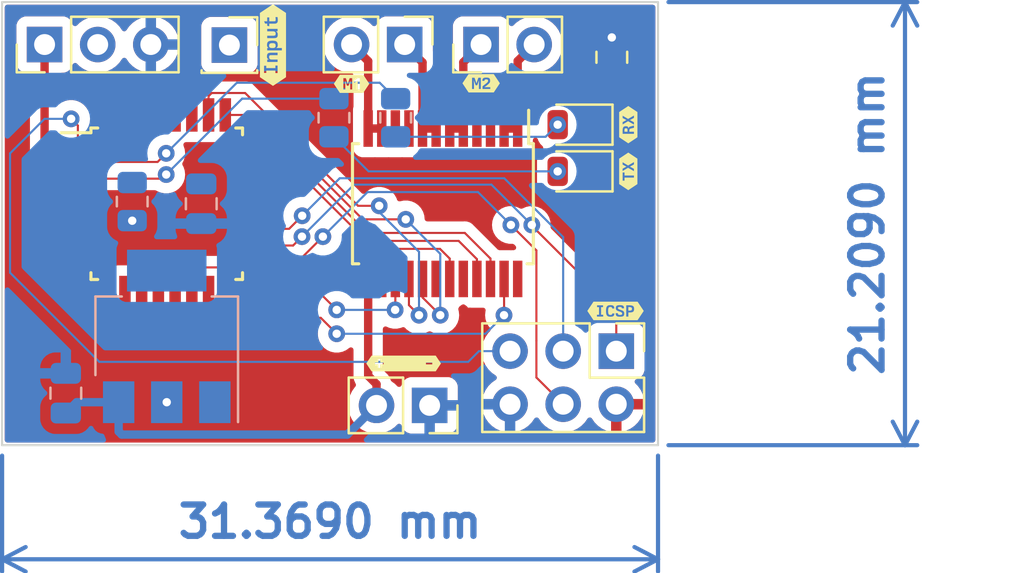
<source format=kicad_pcb>
(kicad_pcb (version 20221018) (generator pcbnew)
  (layers (0 "F.Cu" signal) (31 "B.Cu" signal) (34 "B.Paste" user) (35 "F.Paste" user) (36 "B.SilkS" user "B.Silkscreen") (37 "F.SilkS" user "F.Silkscreen") (38 "B.Mask" user) (39 "F.Mask" user) (44 "Edge.Cuts" user))
  (net 0 "")
  (net 1 "/~{RST}")
  (net 2 "Net-(J2-Pin_1)")
  (net 3 "Net-(J6-Pin_1)")
  (net 5 "Net-(J2-Pin_2)")
  (net 6 "GND")
  (net 12 "Net-(U1-PB0)")
  (net 13 "Net-(U1-PB1)")
  (net 14 "Net-(U1-PB2)")
  (net 15 "/MOSI")
  (net 16 "/MISO")
  (net 17 "/SCK")
  (net 20 "Net-(U1-PC0)")
  (net 21 "Net-(U1-PC1)")
  (net 22 "Net-(U1-PC2)")
  (net 23 "Net-(U1-PC3)")
  (net 26 "Net-(J4-Pin_2)")
  (net 27 "Net-(J4-Pin_1)")
  (net 28 "Net-(J3-Pin_1)")
  (net 29 "Net-(J3-Pin_2)")
  (net 30 "+12V")
  (net 31 "+5V")
  (net 33 "/RX")
  (net 34 "/TX")
  (net 35 "Net-(D1-A)")
  (net 36 "Net-(D2-A)")
  (footprint "kibuzzard-64EBAE9C" (layer "F.Cu") (at 121.3866 84.0994 90)
    (fp_text reference "kibuzzard-64EBAE9C" hide)
    (fp_text value "G***" hide)
    (fp_poly (pts (xy -0.234553 -0.037306) (xy -0.185738 -0.054372) (xy -0.172641 -0.115887) (xy -0.186134 -0.164703) (xy -0.236141 -0.180975) (xy -0.274638 -0.182761) (xy -0.302816 -0.183356) (xy -0.336947 -0.182563) (xy -0.336947 -0.037306) (xy -0.234553 -0.037306)) (fill solid) (layer "F.SilkS"))
    (fp_poly (pts (xy -0.437753 -0.436827) (xy -0.603118 -0.436827) (xy -0.894336 0) (xy -0.603118 0.436827) (xy -0.437753 0.436827) (xy -0.041672 0.436827) (xy -0.041672 0.271463) (xy -0.150416 0.271463) (xy -0.187722 0.110331) (xy -0.216297 0.063103) (xy -0.244078 0.053876) (xy -0.286147 0.0508) (xy -0.336947 0.0508) (xy -0.336947 0.271463) (xy -0.437753 0.271463) (xy -0.437753 -0.267494) (xy -0.343297 -0.270669) (xy -0.296466 -0.271463) (xy -0.242623 -0.269787) (xy -0.197511 -0.26476) (xy -0.161131 -0.256381) (xy -0.120055 -0.236537) (xy -0.092869 -0.207169) (xy -0.077688 -0.166291) (xy -0.072628 -0.111919) (xy -0.080963 -0.048022) (xy -0.109141 -0.012303) (xy -0.165497 0.005556) (xy -0.165497 0.0127) (xy -0.115887 0.037306) (xy -0.100509 0.063302) (xy -0.086916 0.103187) (xy -0.041672 0.271463) (xy -0.041672 0.436827) (xy 0.437753 0.436827) (xy 0.437753 0.271463) (xy 0.325041 0.271463) (xy 0.221853 0.080963) (xy 0.219472 0.080963) (xy 0.116284 0.271463) (xy 0.003572 0.271463) (xy 0.165497 -0.010319) (xy 0.011509 -0.269875) (xy 0.122634 -0.269875) (xy 0.219472 -0.092075) (xy 0.221853 -0.092075) (xy 0.317103 -0.269875) (xy 0.429816 -0.269875) (xy 0.275828 -0.010319) (xy 0.437753 0.271463) (xy 0.437753 0.436827) (xy 0.603118 0.436827) (xy 0.894336 0) (xy 0.603118 -0.436827) (xy 0.437753 -0.436827) (xy -0.437753 -0.436827)) (fill solid) (layer "F.SilkS"))
  )
  (footprint "LED_SMD:LED_0805_2012Metric" (layer "F.Cu") (at 118.9482 86.3346 180)
    (fp_text reference "D1" hide)
    (fp_text value "Blue" hide)
    (fp_line (start -1.685 -0.96) (end -1.685 0.96) (stroke (width 0.12)) (layer "F.SilkS"))
    (fp_line (start -1.685 0.96) (end 1 0.96) (stroke (width 0.12)) (layer "F.SilkS"))
    (fp_line (start 1 -0.96) (end -1.685 -0.96) (stroke (width 0.12)) (layer "F.SilkS"))
    (pad "1" smd roundrect (at -0.9375 0 180) (size 0.975 1.4) (layers "F.Cu" "F.Paste" "F.Mask") (net 6 "GND"))
    (pad "2" smd roundrect (at 0.9375 0 180) (size 0.975 1.4) (layers "F.Cu" "F.Paste" "F.Mask") (net 35 "Net-(D1-A)"))
  )
  (footprint "Connector_PinHeader_2.54mm:PinHeader_2x03_P2.54mm_Vertical" (layer "F.Cu") (at 120.8128 94.9402 -90)
    (fp_text reference "J1" hide)
    (fp_text value "AVR-ISP-6" hide)
    (fp_line (start -1.33 -1.33) (end 0 -1.33) (stroke (width 0.12)) (layer "F.SilkS"))
    (fp_line (start -1.33 0) (end -1.33 -1.33) (stroke (width 0.12)) (layer "F.SilkS"))
    (fp_line (start -1.33 1.27) (end -1.33 6.41) (stroke (width 0.12)) (layer "F.SilkS"))
    (fp_line (start -1.33 1.27) (end 1.27 1.27) (stroke (width 0.12)) (layer "F.SilkS"))
    (fp_line (start -1.33 6.41) (end 3.87 6.41) (stroke (width 0.12)) (layer "F.SilkS"))
    (fp_line (start 1.27 -1.33) (end 3.87 -1.33) (stroke (width 0.12)) (layer "F.SilkS"))
    (fp_line (start 1.27 1.27) (end 1.27 -1.33) (stroke (width 0.12)) (layer "F.SilkS"))
    (fp_line (start 3.87 -1.33) (end 3.87 6.41) (stroke (width 0.12)) (layer "F.SilkS"))
    (pad "1" thru_hole rect (at 0 0 270) (size 1.7 1.7) (drill 1) (layers "*.Cu" "*.Mask") (net 16 "/MISO"))
    (pad "2" thru_hole oval (at 2.54 0 270) (size 1.7 1.7) (drill 1) (layers "*.Cu" "*.Mask") (net 31 "+5V"))
    (pad "3" thru_hole oval (at 0 2.54 270) (size 1.7 1.7) (drill 1) (layers "*.Cu" "*.Mask") (net 17 "/SCK"))
    (pad "4" thru_hole oval (at 2.54 2.54 270) (size 1.7 1.7) (drill 1) (layers "*.Cu" "*.Mask") (net 15 "/MOSI"))
    (pad "5" thru_hole oval (at 0 5.08 270) (size 1.7 1.7) (drill 1) (layers "*.Cu" "*.Mask") (net 1 "/~{RST}"))
    (pad "6" thru_hole oval (at 2.54 5.08 270) (size 1.7 1.7) (drill 1) (layers "*.Cu" "*.Mask") (net 6 "GND"))
  )
  (footprint "kibuzzard-64EBAE1C" (layer "F.Cu") (at 104.394 80.2894 90)
    (fp_text reference "kibuzzard-64EBAE1C" hide)
    (fp_text value "G***" hide)
    (fp_poly (pts (xy -0.03048 0.130969) (xy 0.044291 0.116681) (xy 0.081439 0.06858) (xy 0.089654 0.027742) (xy 0.092393 -0.027146) (xy 0.089654 -0.082868) (xy 0.081439 -0.124301) (xy 0.044291 -0.172879) (xy -0.03048 -0.187166) (xy -0.098108 -0.172879) (xy -0.131921 -0.124301) (xy -0.139422 -0.082868) (xy -0.141923 -0.027146) (xy -0.139422 0.027742) (xy -0.131921 0.06858) (xy -0.098108 0.116681) (xy -0.03048 0.130969)) (fill solid) (layer "F.SilkS"))
    (fp_poly (pts (xy -1.339215 -0.624681) (xy -1.537653 -0.624681) (xy -1.954107 0) (xy -1.537653 0.624681) (xy -1.339215 0.624681) (xy -0.982028 0.624681) (xy -0.982028 0.221456) (xy -1.339215 0.221456) (xy -1.339215 0.115729) (xy -1.220153 0.115729) (xy -1.220153 -0.320516) (xy -1.332548 -0.320516) (xy -1.332548 -0.426244) (xy -0.988695 -0.426244) (xy -0.988695 -0.320516) (xy -1.10109 -0.320516) (xy -1.10109 0.115729) (xy -0.982028 0.115729) (xy -0.982028 0.221456) (xy -0.982028 0.624681) (xy -0.36576 0.624681) (xy -0.36576 0.221456) (xy -0.481965 0.221456) (xy -0.481965 -0.094774) (xy -0.486847 -0.138827) (xy -0.501491 -0.166211) (xy -0.529471 -0.180499) (xy -0.574358 -0.185261) (xy -0.646271 -0.171926) (xy -0.682466 -0.126683) (xy -0.690682 -0.088225) (xy -0.69342 -0.036671) (xy -0.69342 0.221456) (xy -0.809625 0.221456) (xy -0.809625 -0.275749) (xy -0.69342 -0.275749) (xy -0.69342 -0.207169) (xy -0.6858 -0.207169) (xy -0.658654 -0.246459) (xy -0.630555 -0.270986) (xy -0.596027 -0.283845) (xy -0.549592 -0.288131) (xy -0.485537 -0.283726) (xy -0.43815 -0.27051) (xy -0.404693 -0.246936) (xy -0.382429 -0.211455) (xy -0.369927 -0.161092) (xy -0.36576 -0.092869) (xy -0.36576 0.221456) (xy -0.36576 0.624681) (xy -0.140017 0.624681) (xy -0.140017 0.426244) (xy -0.25527 0.426244) (xy -0.25527 -0.275749) (xy -0.140017 -0.275749) (xy -0.140017 -0.227171) (xy -0.132397 -0.227171) (xy -0.075248 -0.273844) (xy -0.005715 -0.286226) (xy 0.069294 -0.280392) (xy 0.124777 -0.26289) (xy 0.163949 -0.231577) (xy 0.190024 -0.184309) (xy 0.200872 -0.142293) (xy 0.20738 -0.089905) (xy 0.20955 -0.027146) (xy 0.207433 0.035031) (xy 0.201083 0.086942) (xy 0.1905 0.128587) (xy 0.164902 0.175498) (xy 0.126206 0.206692) (xy 0.071318 0.224195) (xy -0.002858 0.230029) (xy -0.047625 0.226933) (xy -0.080962 0.217646) (xy -0.132397 0.170974) (xy -0.140017 0.170974) (xy -0.140017 0.426244) (xy -0.140017 0.624681) (xy 0.49911 0.624681) (xy 0.49911 0.230029) (xy 0.440888 0.225742) (xy 0.397669 0.212884) (xy 0.36707 0.189786) (xy 0.34671 0.154781) (xy 0.33528 0.105251) (xy 0.33147 0.038576) (xy 0.33147 -0.275749) (xy 0.447675 -0.275749) (xy 0.447675 0.040481) (xy 0.465296 0.111919) (xy 0.532448 0.130969) (xy 0.576977 0.127635) (xy 0.6096 0.117634) (xy 0.6477 0.07239) (xy 0.656273 0.033695) (xy 0.65913 -0.018574) (xy 0.65913 -0.275749) (xy 0.775335 -0.275749) (xy 0.775335 0.221456) (xy 0.65913 0.221456) (xy 0.65913 0.151924) (xy 0.65151 0.151924) (xy 0.624959 0.189667) (xy 0.594836 0.21336) (xy 0.55495 0.225862) (xy 0.49911 0.230029) (xy 0.49911 0.624681) (xy 1.187767 0.624681) (xy 1.187767 0.231934) (xy 1.127522 0.227409) (xy 1.083945 0.213836) (xy 1.03632 0.16002) (xy 1.027033 0.117753) (xy 1.023938 0.062389) (xy 1.023938 -0.177641) (xy 0.901065 -0.177641) (xy 0.923925 -0.275749) (xy 1.027748 -0.275749) (xy 1.027748 -0.376714) (xy 1.138237 -0.423386) (xy 1.138237 -0.275749) (xy 1.323975 -0.275749) (xy 1.323975 -0.177641) (xy 1.138237 -0.177641) (xy 1.138237 0.058579) (xy 1.143476 0.103346) (xy 1.166336 0.124301) (xy 1.220153 0.130969) (xy 1.270397 0.128111) (xy 1.339215 0.119539) (xy 1.339215 0.219551) (xy 1.251823 0.228838) (xy 1.187767 0.231934) (xy 1.187767 0.624681) (xy 1.339215 0.624681) (xy 1.537653 0.624681) (xy 1.954107 0) (xy 1.537653 -0.624681) (xy 1.339215 -0.624681) (xy -1.339215 -0.624681)) (fill solid) (layer "F.SilkS"))
  )
  (footprint "Capacitor_SMD:C_0805_2012Metric" (layer "F.Cu") (at 120.5992 80.8736 90)
    (fp_text reference "C1" hide)
    (fp_text value "0.1uF" hide)
    (fp_line (start -0.261252 -0.735) (end 0.261252 -0.735) (stroke (width 0.12)) (layer "F.SilkS"))
    (fp_line (start -0.261252 0.735) (end 0.261252 0.735) (stroke (width 0.12)) (layer "F.SilkS"))
    (pad "1" smd roundrect (at -0.95 0 90) (size 1 1.45) (layers "F.Cu" "F.Paste" "F.Mask") (net 31 "+5V"))
    (pad "2" smd roundrect (at 0.95 0 90) (size 1 1.45) (layers "F.Cu" "F.Paste" "F.Mask") (net 6 "GND"))
  )
  (footprint "kibuzzard-64EBAE70" (layer "F.Cu") (at 114.3508 82.1182)
    (fp_text reference "kibuzzard-64EBAE70" hide)
    (fp_text value "G***" hide)
    (fp_poly (pts (xy -0.436563 -0.439208) (xy -0.601927 -0.439208) (xy -0.894733 0) (xy -0.601927 0.439208) (xy -0.436563 0.439208) (xy -0.015081 0.439208) (xy -0.015081 0.273844) (xy -0.108744 0.273844) (xy -0.108744 0.000794) (xy -0.099219 -0.1397) (xy -0.102394 -0.1397) (xy -0.185738 0.093662) (xy -0.265906 0.093662) (xy -0.34925 -0.1397) (xy -0.352425 -0.1397) (xy -0.3429 0.000794) (xy -0.3429 0.273844) (xy -0.436563 0.273844) (xy -0.436563 -0.265906) (xy -0.316706 -0.265906) (xy -0.230188 -0.007144) (xy -0.221456 -0.007144) (xy -0.13335 -0.265906) (xy -0.015081 -0.265906) (xy -0.015081 0.273844) (xy -0.015081 0.439208) (xy 0.436563 0.439208) (xy 0.436563 0.273844) (xy 0.065087 0.273844) (xy 0.065087 0.142875) (xy 0.114796 0.104874) (xy 0.157559 0.071834) (xy 0.193377 0.043755) (xy 0.22225 0.020638) (xy 0.268089 -0.018058) (xy 0.304006 -0.051594) (xy 0.324644 -0.081756) (xy 0.3302 -0.118269) (xy 0.322659 -0.160734) (xy 0.296862 -0.181769) (xy 0.245269 -0.188119) (xy 0.193278 -0.181372) (xy 0.165894 -0.159147) (xy 0.154781 -0.115094) (xy 0.053181 -0.115094) (xy 0.060027 -0.170557) (xy 0.074216 -0.211534) (xy 0.097631 -0.240407) (xy 0.132159 -0.259556) (xy 0.18028 -0.270272) (xy 0.244475 -0.273844) (xy 0.309066 -0.270371) (xy 0.356791 -0.259953) (xy 0.390426 -0.241102) (xy 0.41275 -0.212328) (xy 0.425252 -0.171549) (xy 0.429419 -0.116681) (xy 0.426442 -0.078383) (xy 0.417513 -0.047625) (xy 0.400248 -0.01905) (xy 0.372269 0.0127) (xy 0.329902 0.052983) (xy 0.286941 0.089694) (xy 0.254441 0.115006) (xy 0.214621 0.144374) (xy 0.167481 0.1778) (xy 0.167481 0.184944) (xy 0.436563 0.184944) (xy 0.436563 0.273844) (xy 0.436563 0.439208) (xy 0.601927 0.439208) (xy 0.894733 0) (xy 0.601927 -0.439208) (xy 0.436563 -0.439208) (xy -0.436563 -0.439208)) (fill solid) (layer "F.SilkS"))
  )
  (footprint "Package_SO:SSOP-24_5.3x8.2mm_P0.65mm" (layer "F.Cu") (at 112.522 87.884 -90)
    (fp_text reference "U2" hide)
    (fp_text value "TB6612FNG")
    (fp_line (start -2.875 -4.325) (end -2.875 -4.1) (stroke (width 0.15)) (layer "F.SilkS"))
    (fp_line (start -2.875 -4.325) (end 2.875 -4.325) (stroke (width 0.15)) (layer "F.SilkS"))
    (fp_line (start -2.875 -4.1) (end -4.475 -4.1) (stroke (width 0.15)) (layer "F.SilkS"))
    (fp_line (start -2.875 4.325) (end -2.875 4.025) (stroke (width 0.15)) (layer "F.SilkS"))
    (fp_line (start -2.875 4.325) (end 2.875 4.325) (stroke (width 0.15)) (layer "F.SilkS"))
    (fp_line (start 2.875 -4.325) (end 2.875 -4.025) (stroke (width 0.15)) (layer "F.SilkS"))
    (fp_line (start 2.875 4.325) (end 2.875 4.025) (stroke (width 0.15)) (layer "F.SilkS"))
    (pad "1" smd rect (at -3.6 -3.575 270) (size 1.75 0.45) (layers "F.Cu" "F.Paste" "F.Mask") (net 26 "Net-(J4-Pin_2)"))
    (pad "2" smd rect (at -3.6 -2.925 270) (size 1.75 0.45) (layers "F.Cu" "F.Paste" "F.Mask") (net 26 "Net-(J4-Pin_2)"))
    (pad "3" smd rect (at -3.6 -2.275 270) (size 1.75 0.45) (layers "F.Cu" "F.Paste" "F.Mask") (net 6 "GND"))
    (pad "4" smd rect (at -3.6 -1.625 270) (size 1.75 0.45) (layers "F.Cu" "F.Paste" "F.Mask") (net 6 "GND"))
    (pad "5" smd rect (at -3.6 -0.975 270) (size 1.75 0.45) (layers "F.Cu" "F.Paste" "F.Mask") (net 27 "Net-(J4-Pin_1)"))
    (pad "6" smd rect (at -3.6 -0.325 270) (size 1.75 0.45) (layers "F.Cu" "F.Paste" "F.Mask") (net 27 "Net-(J4-Pin_1)"))
    (pad "7" smd rect (at -3.6 0.325 270) (size 1.75 0.45) (layers "F.Cu" "F.Paste" "F.Mask") (net 28 "Net-(J3-Pin_1)"))
    (pad "8" smd rect (at -3.6 0.975 270) (size 1.75 0.45) (layers "F.Cu" "F.Paste" "F.Mask") (net 28 "Net-(J3-Pin_1)"))
    (pad "9" smd rect (at -3.6 1.625 270) (size 1.75 0.45) (layers "F.Cu" "F.Paste" "F.Mask") (net 6 "GND"))
    (pad "10" smd rect (at -3.6 2.275 270) (size 1.75 0.45) (layers "F.Cu" "F.Paste" "F.Mask") (net 6 "GND"))
    (pad "11" smd rect (at -3.6 2.925 270) (size 1.75 0.45) (layers "F.Cu" "F.Paste" "F.Mask") (net 29 "Net-(J3-Pin_2)"))
    (pad "12" smd rect (at -3.6 3.575 270) (size 1.75 0.45) (layers "F.Cu" "F.Paste" "F.Mask") (net 29 "Net-(J3-Pin_2)"))
    (pad "13" smd rect (at 3.6 3.575 270) (size 1.75 0.45) (layers "F.Cu" "F.Paste" "F.Mask") (net 30 "+12V"))
    (pad "14" smd rect (at 3.6 2.925 270) (size 1.75 0.45) (layers "F.Cu" "F.Paste" "F.Mask") (net 30 "+12V"))
    (pad "15" smd rect (at 3.6 2.275 270) (size 1.75 0.45) (layers "F.Cu" "F.Paste" "F.Mask") (net 14 "Net-(U1-PB2)"))
    (pad "16" smd rect (at 3.6 1.625 270) (size 1.75 0.45) (layers "F.Cu" "F.Paste" "F.Mask") (net 23 "Net-(U1-PC3)"))
    (pad "17" smd rect (at 3.6 0.975 270) (size 1.75 0.45) (layers "F.Cu" "F.Paste" "F.Mask") (net 22 "Net-(U1-PC2)"))
    (pad "18" smd rect (at 3.6 0.325 270) (size 1.75 0.45) (layers "F.Cu" "F.Paste" "F.Mask") (net 6 "GND"))
    (pad "19" smd rect (at 3.6 -0.325 270) (size 1.75 0.45) (layers "F.Cu" "F.Paste" "F.Mask") (net 12 "Net-(U1-PB0)"))
    (pad "20" smd rect (at 3.6 -0.975 270) (size 1.75 0.45) (layers "F.Cu" "F.Paste" "F.Mask") (net 31 "+5V"))
    (pad "21" smd rect (at 3.6 -1.625 270) (size 1.75 0.45) (layers "F.Cu" "F.Paste" "F.Mask") (net 20 "Net-(U1-PC0)"))
    (pad "22" smd rect (at 3.6 -2.275 270) (size 1.75 0.45) (layers "F.Cu" "F.Paste" "F.Mask") (net 21 "Net-(U1-PC1)"))
    (pad "23" smd rect (at 3.6 -2.925 270) (size 1.75 0.45) (layers "F.Cu" "F.Paste" "F.Mask") (net 13 "Net-(U1-PB1)"))
    (pad "24" smd rect (at 3.6 -3.575 270) (size 1.75 0.45) (layers "F.Cu" "F.Paste" "F.Mask") (net 30 "+12V"))
  )
  (footprint "Connector_PinSocket_2.54mm:PinSocket_1x02_P2.54mm_Vertical" (layer "F.Cu") (at 111.887 97.536 -90)
    (fp_text reference "J5" hide)
    (fp_text value "Conn_01x02_Socket" hide)
    (fp_line (start -1.33 1.27) (end -1.33 3.87) (stroke (width 0.12)) (layer "F.SilkS"))
    (fp_line (start -1.33 1.27) (end 1.33 1.27) (stroke (width 0.12)) (layer "F.SilkS"))
    (fp_line (start -1.33 3.87) (end 1.33 3.87) (stroke (width 0.12)) (layer "F.SilkS"))
    (fp_line (start 0 -1.33) (end 1.33 -1.33) (stroke (width 0.12)) (layer "F.SilkS"))
    (fp_line (start 1.33 -1.33) (end 1.33 0) (stroke (width 0.12)) (layer "F.SilkS"))
    (fp_line (start 1.33 1.27) (end 1.33 3.87) (stroke (width 0.12)) (layer "F.SilkS"))
    (pad "1" thru_hole rect (at 0 0 270) (size 1.7 1.7) (drill 1) (layers "*.Cu" "*.Mask") (net 6 "GND"))
    (pad "2" thru_hole oval (at 0 2.54 270) (size 1.7 1.7) (drill 1) (layers "*.Cu" "*.Mask") (net 30 "+12V"))
  )
  (footprint "Connector_PinHeader_2.54mm:PinHeader_1x02_P2.54mm_Vertical" (layer "F.Cu") (at 110.6932 80.264 -90)
    (fp_text reference "J3" hide)
    (fp_text value "Conn_01x02_Pin" hide)
    (fp_line (start -1.33 -1.33) (end 0 -1.33) (stroke (width 0.12)) (layer "F.SilkS"))
    (fp_line (start -1.33 0) (end -1.33 -1.33) (stroke (width 0.12)) (layer "F.SilkS"))
    (fp_line (start -1.33 1.27) (end -1.33 3.87) (stroke (width 0.12)) (layer "F.SilkS"))
    (fp_line (start -1.33 1.27) (end 1.33 1.27) (stroke (width 0.12)) (layer "F.SilkS"))
    (fp_line (start -1.33 3.87) (end 1.33 3.87) (stroke (width 0.12)) (layer "F.SilkS"))
    (fp_line (start 1.33 1.27) (end 1.33 3.87) (stroke (width 0.12)) (layer "F.SilkS"))
    (pad "1" thru_hole rect (at 0 0 270) (size 1.7 1.7) (drill 1) (layers "*.Cu" "*.Mask") (net 28 "Net-(J3-Pin_1)"))
    (pad "2" thru_hole oval (at 0 2.54 270) (size 1.7 1.7) (drill 1) (layers "*.Cu" "*.Mask") (net 29 "Net-(J3-Pin_2)"))
  )
  (footprint "kibuzzard-64EBAEC6" (layer "F.Cu") (at 110.6424 95.5294)
    (fp_text reference "kibuzzard-64EBAEC6" hide)
    (fp_text value "G***" hide)
    (fp_poly (pts (xy -1.369616 -0.376502) (xy -1.53498 -0.376502) (xy -1.785982 0) (xy -1.53498 0.376502) (xy -1.369616 0.376502) (xy -1.115616 0.376502) (xy -1.115616 0.211138) (xy -1.209278 0.211138) (xy -1.209278 0.039688) (xy -1.369616 0.039688) (xy -1.369616 -0.04445) (xy -1.209278 -0.04445) (xy -1.209278 -0.211137) (xy -1.115616 -0.211137) (xy -1.115616 -0.04445) (xy -0.955278 -0.04445) (xy -0.955278 0.039688) (xy -1.115616 0.039688) (xy -1.115616 0.211138) (xy -1.115616 0.376502) (xy 1.369616 0.376502) (xy 1.369616 0.04445) (xy 1.067991 0.04445) (xy 1.067991 -0.042862) (xy 1.369616 -0.042862) (xy 1.369616 0.04445) (xy 1.369616 0.376502) (xy 1.53498 0.376502) (xy 1.785982 0) (xy 1.53498 -0.376502) (xy 1.369616 -0.376502) (xy -1.369616 -0.376502)) (fill solid) (layer "F.SilkS"))
  )
  (footprint "kibuzzard-64EBAEB9" (layer "F.Cu") (at 120.777 93.0148)
    (fp_text reference "kibuzzard-64EBAEB9" hide)
    (fp_text value "G***" hide)
    (fp_poly (pts (xy 0.662781 -0.014684) (xy 0.706437 -0.016669) (xy 0.738981 -0.022622) (xy 0.777081 -0.048816) (xy 0.788194 -0.101203) (xy 0.775494 -0.151209) (xy 0.733028 -0.176213) (xy 0.697012 -0.181868) (xy 0.648494 -0.183753) (xy 0.612775 -0.183753) (xy 0.612775 -0.014684) (xy 0.662781 -0.014684)) (fill solid) (layer "F.SilkS"))
    (fp_poly (pts (xy -0.889 -0.44278) (xy -1.054365 -0.44278) (xy -1.349551 0) (xy -1.054365 0.44278) (xy -0.889 0.44278) (xy -0.591344 0.44278) (xy -0.591344 0.270272) (xy -0.889 0.270272) (xy -0.889 0.182166) (xy -0.789781 0.182166) (xy -0.789781 -0.181372) (xy -0.883444 -0.181372) (xy -0.883444 -0.269478) (xy -0.5969 -0.269478) (xy -0.5969 -0.181372) (xy -0.690563 -0.181372) (xy -0.690563 0.182166) (xy -0.591344 0.182166) (xy -0.591344 0.270272) (xy -0.591344 0.44278) (xy -0.243681 0.44278) (xy -0.243681 0.277416) (xy -0.295451 0.274638) (xy -0.338578 0.266303) (xy -0.373063 0.252412) (xy -0.411758 0.218976) (xy -0.437356 0.168672) (xy -0.44794 0.123957) (xy -0.45429 0.06813) (xy -0.456406 0.001191) (xy -0.45429 -0.066278) (xy -0.44794 -0.122634) (xy -0.437356 -0.167878) (xy -0.411758 -0.218777) (xy -0.373063 -0.252413) (xy -0.338578 -0.266303) (xy -0.295451 -0.274638) (xy -0.243681 -0.277416) (xy -0.180975 -0.273745) (xy -0.134144 -0.262731) (xy -0.100608 -0.243086) (xy -0.077788 -0.213519) (xy -0.064095 -0.171748) (xy -0.057944 -0.115491) (xy -0.157163 -0.115491) (xy -0.16768 -0.152202) (xy -0.183356 -0.175022) (xy -0.207566 -0.186928) (xy -0.243681 -0.190897) (xy -0.282377 -0.18663) (xy -0.31115 -0.173831) (xy -0.33149 -0.150713) (xy -0.344884 -0.115491) (xy -0.352326 -0.065683) (xy -0.354806 0.001191) (xy -0.352326 0.06727) (xy -0.344884 0.116284) (xy -0.33149 0.150912) (xy -0.31115 0.173831) (xy -0.282377 0.18663) (xy -0.243681 0.190897) (xy -0.203795 0.187226) (xy -0.1778 0.176212) (xy -0.1524 0.120253) (xy -0.053181 0.120253) (xy -0.060722 0.175121) (xy -0.075406 0.2159) (xy -0.098921 0.244673) (xy -0.132953 0.263525) (xy -0.18028 0.273943) (xy -0.243681 0.277416) (xy -0.243681 0.44278) (xy 0.214312 0.44278) (xy 0.214312 0.277416) (xy 0.141188 0.273645) (xy 0.086916 0.262334) (xy 0.048716 0.241895) (xy 0.023812 0.210741) (xy 0.010716 0.166688) (xy 0.007937 0.107553) (xy 0.107156 0.107553) (xy 0.119856 0.15875) (xy 0.153591 0.183753) (xy 0.182066 0.189111) (xy 0.220662 0.190897) (xy 0.279797 0.185341) (xy 0.309562 0.165894) (xy 0.318294 0.126603) (xy 0.305594 0.086122) (xy 0.263922 0.055562) (xy 0.228898 0.041176) (xy 0.181769 0.025797) (xy 0.122734 0.005854) (xy 0.078978 -0.014288) (xy 0.048121 -0.036413) (xy 0.027781 -0.062309) (xy 0.01647 -0.093861) (xy 0.0127 -0.132953) (xy 0.017165 -0.182959) (xy 0.030559 -0.220266) (xy 0.05457 -0.246757) (xy 0.090884 -0.264319) (xy 0.14218 -0.274141) (xy 0.211137 -0.277416) (xy 0.278705 -0.274042) (xy 0.329009 -0.263922) (xy 0.364827 -0.245666) (xy 0.388937 -0.217884) (xy 0.402431 -0.178395) (xy 0.4064 -0.125016) (xy 0.305594 -0.125016) (xy 0.294084 -0.1651) (xy 0.264716 -0.184944) (xy 0.207962 -0.190897) (xy 0.149622 -0.185341) (xy 0.12065 -0.167084) (xy 0.111919 -0.129778) (xy 0.142478 -0.0889) (xy 0.185043 -0.069354) (xy 0.251619 -0.046434) (xy 0.309265 -0.025598) (xy 0.352028 -0.004366) (xy 0.38229 0.019348) (xy 0.402431 0.047625) (xy 0.413742 0.082451) (xy 0.417512 0.125809) (xy 0.412948 0.178594) (xy 0.399256 0.217884) (xy 0.374749 0.245666) (xy 0.337741 0.263922) (xy 0.285254 0.274042) (xy 0.214312 0.277416) (xy 0.214312 0.44278) (xy 0.612775 0.44278) (xy 0.612775 0.270272) (xy 0.511175 0.270272) (xy 0.511175 -0.269478) (xy 0.635 -0.271859) (xy 0.696604 -0.27014) (xy 0.748065 -0.26498) (xy 0.789384 -0.256381) (xy 0.835819 -0.235446) (xy 0.866378 -0.203597) (xy 0.883345 -0.158552) (xy 0.889 -0.098028) (xy 0.884138 -0.038298) (xy 0.869553 0.005953) (xy 0.84326 0.037207) (xy 0.803275 0.057944) (xy 0.767733 0.066543) (xy 0.723547 0.071702) (xy 0.670719 0.073422) (xy 0.612775 0.073422) (xy 0.612775 0.270272) (xy 0.612775 0.44278) (xy 0.889 0.44278) (xy 1.054365 0.44278) (xy 1.349551 0) (xy 1.054365 -0.44278) (xy 0.889 -0.44278) (xy -0.889 -0.44278)) (fill solid) (layer "F.SilkS"))
  )
  (footprint "LED_SMD:LED_0805_2012Metric" (layer "F.Cu") (at 118.9482 84.0994 180)
    (fp_text reference "D2" hide)
    (fp_text value "Blue" hide)
    (fp_line (start -1.685 -0.96) (end -1.685 0.96) (stroke (width 0.12)) (layer "F.SilkS"))
    (fp_line (start -1.685 0.96) (end 1 0.96) (stroke (width 0.12)) (layer "F.SilkS"))
    (fp_line (start 1 -0.96) (end -1.685 -0.96) (stroke (width 0.12)) (layer "F.SilkS"))
    (pad "1" smd roundrect (at -0.9375 0 180) (size 0.975 1.4) (layers "F.Cu" "F.Paste" "F.Mask") (net 6 "GND"))
    (pad "2" smd roundrect (at 0.9375 0 180) (size 0.975 1.4) (layers "F.Cu" "F.Paste" "F.Mask") (net 36 "Net-(D2-A)"))
  )
  (footprint "Connector_PinSocket_2.54mm:PinSocket_1x01_P2.54mm_Vertical" (layer "F.Cu") (at 102.3112 80.2894)
    (fp_text reference "J6" hide)
    (fp_text value "Conn_01x01_Pin" hide)
    (fp_line (start -1.33 1.21) (end -1.33 1.33) (stroke (width 0.12)) (layer "F.SilkS"))
    (fp_line (start -1.33 1.33) (end 1.33 1.33) (stroke (width 0.12)) (layer "F.SilkS"))
    (fp_line (start 0 -1.33) (end 1.33 -1.33) (stroke (width 0.12)) (layer "F.SilkS"))
    (fp_line (start 1.33 -1.33) (end 1.33 0) (stroke (width 0.12)) (layer "F.SilkS"))
    (fp_line (start 1.33 1.21) (end 1.33 1.33) (stroke (width 0.12)) (layer "F.SilkS"))
    (pad "1" thru_hole rect (at 0 0) (size 1.7 1.7) (drill 1) (layers "*.Cu" "*.Mask") (net 3 "Net-(J6-Pin_1)"))
  )
  (footprint "Package_QFP:TQFP-32_7x7mm_P0.8mm" (layer "F.Cu") (at 99.314 87.884)
    (fp_text reference "U1" hide)
    (fp_text value "ATmega328-P")
    (fp_line (start -3.625 -3.625) (end -3.625 -3.4) (stroke (width 0.15)) (layer "F.SilkS"))
    (fp_line (start -3.625 -3.625) (end -3.3 -3.625) (stroke (width 0.15)) (layer "F.SilkS"))
    (fp_line (start -3.625 -3.4) (end -5.05 -3.4) (stroke (width 0.15)) (layer "F.SilkS"))
    (fp_line (start -3.625 3.625) (end -3.625 3.3) (stroke (width 0.15)) (layer "F.SilkS"))
    (fp_line (start -3.625 3.625) (end -3.3 3.625) (stroke (width 0.15)) (layer "F.SilkS"))
    (fp_line (start 3.625 -3.625) (end 3.3 -3.625) (stroke (width 0.15)) (layer "F.SilkS"))
    (fp_line (start 3.625 -3.625) (end 3.625 -3.3) (stroke (width 0.15)) (layer "F.SilkS"))
    (fp_line (start 3.625 3.625) (end 3.3 3.625) (stroke (width 0.15)) (layer "F.SilkS"))
    (fp_line (start 3.625 3.625) (end 3.625 3.3) (stroke (width 0.15)) (layer "F.SilkS"))
    (pad "1" smd rect (at -4.25 -2.8) (size 1.6 0.55) (layers "F.Cu" "F.Paste" "F.Mask") (net 1 "/~{RST}"))
    (pad "2" smd rect (at -4.25 -2) (size 1.6 0.55) (layers "F.Cu" "F.Paste" "F.Mask") (net 33 "/RX"))
    (pad "3" smd rect (at -4.25 -1.2) (size 1.6 0.55) (layers "F.Cu" "F.Paste" "F.Mask") (net 34 "/TX"))
    (pad "4" smd rect (at -4.25 -0.4) (size 1.6 0.55) (layers "F.Cu" "F.Paste" "F.Mask") (net 2 "Net-(J2-Pin_1)"))
    (pad "5" smd rect (at -4.25 0.4) (size 1.6 0.55) (layers "F.Cu" "F.Paste" "F.Mask") (net 3 "Net-(J6-Pin_1)"))
    (pad "6" smd rect (at -4.25 1.2) (size 1.6 0.55) (layers "F.Cu" "F.Paste" "F.Mask"))
    (pad "7" smd rect (at -4.25 2) (size 1.6 0.55) (layers "F.Cu" "F.Paste" "F.Mask") (net 5 "Net-(J2-Pin_2)"))
    (pad "8" smd rect (at -4.25 2.8) (size 1.6 0.55) (layers "F.Cu" "F.Paste" "F.Mask") (net 6 "GND"))
    (pad "9" smd rect (at -2.8 4.25 90) (size 1.6 0.55) (layers "F.Cu" "F.Paste" "F.Mask"))
    (pad "10" smd rect (at -2 4.25 90) (size 1.6 0.55) (layers "F.Cu" "F.Paste" "F.Mask"))
    (pad "11" smd rect (at -1.2 4.25 90) (size 1.6 0.55) (layers "F.Cu" "F.Paste" "F.Mask"))
    (pad "12" smd rect (at -0.4 4.25 90) (size 1.6 0.55) (layers "F.Cu" "F.Paste" "F.Mask"))
    (pad "13" smd rect (at 0.4 4.25 90) (size 1.6 0.55) (layers "F.Cu" "F.Paste" "F.Mask"))
    (pad "14" smd rect (at 1.2 4.25 90) (size 1.6 0.55) (layers "F.Cu" "F.Paste" "F.Mask") (net 12 "Net-(U1-PB0)"))
    (pad "15" smd rect (at 2 4.25 90) (size 1.6 0.55) (layers "F.Cu" "F.Paste" "F.Mask") (net 13 "Net-(U1-PB1)"))
    (pad "16" smd rect (at 2.8 4.25 90) (size 1.6 0.55) (layers "F.Cu" "F.Paste" "F.Mask") (net 14 "Net-(U1-PB2)"))
    (pad "17" smd rect (at 4.25 2.8) (size 1.6 0.55) (layers "F.Cu" "F.Paste" "F.Mask") (net 15 "/MOSI"))
    (pad "18" smd rect (at 4.25 2) (size 1.6 0.55) (layers "F.Cu" "F.Paste" "F.Mask") (net 16 "/MISO"))
    (pad "19" smd rect (at 4.25 1.2) (size 1.6 0.55) (layers "F.Cu" "F.Paste" "F.Mask") (net 17 "/SCK"))
    (pad "20" smd rect (at 4.25 0.4) (size 1.6 0.55) (layers "F.Cu" "F.Paste" "F.Mask"))
    (pad "21" smd rect (at 4.25 -0.4) (size 1.6 0.55) (layers "F.Cu" "F.Paste" "F.Mask"))
    (pad "22" smd rect (at 4.25 -1.2) (size 1.6 0.55) (layers "F.Cu" "F.Paste" "F.Mask") (net 6 "GND"))
    (pad "23" smd rect (at 4.25 -2) (size 1.6 0.55) (layers "F.Cu" "F.Paste" "F.Mask") (net 20 "Net-(U1-PC0)"))
    (pad "24" smd rect (at 4.25 -2.8) (size 1.6 0.55) (layers "F.Cu" "F.Paste" "F.Mask") (net 21 "Net-(U1-PC1)"))
    (pad "25" smd rect (at 2.8 -4.25 90) (size 1.6 0.55) (layers "F.Cu" "F.Paste" "F.Mask") (net 22 "Net-(U1-PC2)"))
    (pad "26" smd rect (at 2 -4.25 90) (size 1.6 0.55) (layers "F.Cu" "F.Paste" "F.Mask") (net 23 "Net-(U1-PC3)"))
    (pad "27" smd rect (at 1.2 -4.25 90) (size 1.6 0.55) (layers "F.Cu" "F.Paste" "F.Mask"))
    (pad "28" smd rect (at 0.4 -4.25 90) (size 1.6 0.55) (layers "F.Cu" "F.Paste" "F.Mask"))
    (pad "29" smd rect (at -0.4 -4.25 90) (size 1.6 0.55) (layers "F.Cu" "F.Paste" "F.Mask"))
    (pad "30" smd rect (at -1.2 -4.25 90) (size 1.6 0.55) (layers "F.Cu" "F.Paste" "F.Mask"))
    (pad "31" smd rect (at -2 -4.25 90) (size 1.6 0.55) (layers "F.Cu" "F.Paste" "F.Mask"))
    (pad "32" smd rect (at -2.8 -4.25 90) (size 1.6 0.55) (layers "F.Cu" "F.Paste" "F.Mask"))
  )
  (footprint "kibuzzard-64EBAE89" (layer "F.Cu") (at 121.3866 86.3346 90)
    (fp_text reference "kibuzzard-64EBAE89" hide)
    (fp_text value "G***" hide)
    (fp_poly (pts (xy -0.444103 -0.436033) (xy -0.609468 -0.436033) (xy -0.900157 0) (xy -0.609468 0.436033) (xy -0.444103 0.436033) (xy -0.198041 0.436033) (xy -0.198041 0.270669) (xy -0.299641 0.270669) (xy -0.299641 -0.178594) (xy -0.444103 -0.178594) (xy -0.444103 -0.269081) (xy -0.053578 -0.269081) (xy -0.053578 -0.178594) (xy -0.198041 -0.178594) (xy -0.198041 0.270669) (xy -0.198041 0.436033) (xy 0.444103 0.436033) (xy 0.444103 0.270669) (xy 0.331391 0.270669) (xy 0.228203 0.080169) (xy 0.225822 0.080169) (xy 0.122634 0.270669) (xy 0.009922 0.270669) (xy 0.171847 -0.011112) (xy 0.017859 -0.270669) (xy 0.128984 -0.270669) (xy 0.225822 -0.092869) (xy 0.228203 -0.092869) (xy 0.323453 -0.270669) (xy 0.436166 -0.270669) (xy 0.282178 -0.011112) (xy 0.444103 0.270669) (xy 0.444103 0.436033) (xy 0.609468 0.436033) (xy 0.900157 0) (xy 0.609468 -0.436033) (xy 0.444103 -0.436033) (xy -0.444103 -0.436033)) (fill solid) (layer "F.SilkS"))
  )
  (footprint "Connector_PinHeader_2.54mm:PinHeader_1x03_P2.54mm_Vertical" (layer "F.Cu") (at 93.472 80.264 90)
    (fp_text reference "J2" hide)
    (fp_text value "Conn_01x03_Pin" hide)
    (fp_line (start -1.33 -1.33) (end 0 -1.33) (stroke (width 0.12)) (layer "F.SilkS"))
    (fp_line (start -1.33 0) (end -1.33 -1.33) (stroke (width 0.12)) (layer "F.SilkS"))
    (fp_line (start -1.33 1.27) (end -1.33 6.41) (stroke (width 0.12)) (layer "F.SilkS"))
    (fp_line (start -1.33 1.27) (end 1.33 1.27) (stroke (width 0.12)) (layer "F.SilkS"))
    (fp_line (start -1.33 6.41) (end 1.33 6.41) (stroke (width 0.12)) (layer "F.SilkS"))
    (fp_line (start 1.33 1.27) (end 1.33 6.41) (stroke (width 0.12)) (layer "F.SilkS"))
    (pad "1" thru_hole rect (at 0 0 90) (size 1.7 1.7) (drill 1) (layers "*.Cu" "*.Mask") (net 2 "Net-(J2-Pin_1)"))
    (pad "2" thru_hole oval (at 0 2.54 90) (size 1.7 1.7) (drill 1) (layers "*.Cu" "*.Mask") (net 5 "Net-(J2-Pin_2)"))
    (pad "3" thru_hole oval (at 0 5.08 90) (size 1.7 1.7) (drill 1) (layers "*.Cu" "*.Mask") (net 6 "GND"))
  )
  (footprint "kibuzzard-64EBAE69" (layer "F.Cu") (at 108.1532 82.1436)
    (fp_text reference "kibuzzard-64EBAE69" hide)
    (fp_text value "G***" hide)
    (fp_poly (pts (xy -0.392906 -0.43524) (xy -0.558271 -0.43524) (xy -0.848431 0) (xy -0.558271 0.43524) (xy -0.392906 0.43524) (xy 0.028575 0.43524) (xy 0.028575 0.269875) (xy -0.065088 0.269875) (xy -0.065088 -0.003175) (xy -0.055563 -0.143669) (xy -0.058738 -0.143669) (xy -0.142081 0.089694) (xy -0.22225 0.089694) (xy -0.305594 -0.143669) (xy -0.308769 -0.143669) (xy -0.299244 -0.003175) (xy -0.299244 0.269875) (xy -0.392906 0.269875) (xy -0.392906 -0.269875) (xy -0.27305 -0.269875) (xy -0.186531 -0.011113) (xy -0.1778 -0.011113) (xy -0.089694 -0.269875) (xy 0.028575 -0.269875) (xy 0.028575 0.269875) (xy 0.028575 0.43524) (xy 0.392906 0.43524) (xy 0.392906 0.269875) (xy 0.294481 0.269875) (xy 0.294481 -0.109537) (xy 0.297656 -0.15875) (xy 0.2667 -0.13335) (xy 0.123825 -0.045244) (xy 0.123825 -0.150019) (xy 0.294481 -0.269875) (xy 0.392906 -0.269875) (xy 0.392906 0.269875) (xy 0.392906 0.43524) (xy 0.558271 0.43524) (xy 0.848431 0) (xy 0.558271 -0.43524) (xy 0.392906 -0.43524) (xy -0.392906 -0.43524)) (fill solid) (layer "F.SilkS"))
  )
  (footprint "Connector_PinHeader_2.54mm:PinHeader_1x02_P2.54mm_Vertical" (layer "F.Cu") (at 114.3458 80.264 90)
    (fp_text reference "J4" hide)
    (fp_text value "Conn_01x02_Pin" hide)
    (fp_line (start -1.33 -1.33) (end 0 -1.33) (stroke (width 0.12)) (layer "F.SilkS"))
    (fp_line (start -1.33 0) (end -1.33 -1.33) (stroke (width 0.12)) (layer "F.SilkS"))
    (fp_line (start -1.33 1.27) (end -1.33 3.87) (stroke (width 0.12)) (layer "F.SilkS"))
    (fp_line (start -1.33 1.27) (end 1.33 1.27) (stroke (width 0.12)) (layer "F.SilkS"))
    (fp_line (start -1.33 3.87) (end 1.33 3.87) (stroke (width 0.12)) (layer "F.SilkS"))
    (fp_line (start 1.33 1.27) (end 1.33 3.87) (stroke (width 0.12)) (layer "F.SilkS"))
    (pad "1" thru_hole rect (at 0 0 90) (size 1.7 1.7) (drill 1) (layers "*.Cu" "*.Mask") (net 27 "Net-(J4-Pin_1)"))
    (pad "2" thru_hole oval (at 0 2.54 90) (size 1.7 1.7) (drill 1) (layers "*.Cu" "*.Mask") (net 26 "Net-(J4-Pin_2)"))
  )
  (footprint "Resistor_SMD:R_0805_2012Metric" (layer "B.Cu") (at 110.2614 83.7673 90)
    (fp_text reference "R3" hide)
    (fp_text value "R220" hide)
    (fp_line (start -0.227064 -0.735) (end 0.227064 -0.735) (stroke (width 0.12)) (layer "B.SilkS"))
    (fp_line (start -0.227064 0.735) (end 0.227064 0.735) (stroke (width 0.12)) (layer "B.SilkS"))
    (pad "1" smd roundrect (at -0.9125 0 90) (size 1.025 1.4) (layers "B.Cu" "B.Paste" "B.Mask") (roundrect_rratio 0.243902439) (net 36 "Net-(D2-A)"))
    (pad "2" smd roundrect (at 0.9125 0 90) (size 1.025 1.4) (layers "B.Cu" "B.Paste" "B.Mask") (roundrect_rratio 0.243902439) (net 33 "/RX"))
  )
  (footprint "Capacitor_SMD:C_0805_2012Metric" (layer "B.Cu") (at 100.965 87.884 -90)
    (fp_text reference "C2" hide)
    (fp_text value "0.1uF")
    (fp_line (start -0.261252 -0.735) (end 0.261252 -0.735) (stroke (width 0.12)) (layer "B.SilkS"))
    (fp_line (start -0.261252 0.735) (end 0.261252 0.735) (stroke (width 0.12)) (layer "B.SilkS"))
    (pad "1" smd roundrect (at -0.95 0 270) (size 1 1.45) (layers "B.Cu" "B.Paste" "B.Mask") (net 1 "/~{RST}"))
    (pad "2" smd roundrect (at 0.95 0 270) (size 1 1.45) (layers "B.Cu" "B.Paste" "B.Mask") (net 6 "GND"))
  )
  (footprint "Package_TO_SOT_SMD:SOT-223-3_TabPin2" (layer "B.Cu") (at 99.314 94.234 90)
    (fp_text reference "U3" hide)
    (fp_text value "AMS1117-5.0" hide)
    (fp_line (start -4.1 3.41) (end 1.91 3.41) (stroke (width 0.12)) (layer "B.SilkS"))
    (fp_line (start -1.85 -3.41) (end 1.91 -3.41) (stroke (width 0.12)) (layer "B.SilkS"))
    (fp_line (start 1.91 -3.41) (end 1.91 -2.15) (stroke (width 0.12)) (layer "B.SilkS"))
    (fp_line (start 1.91 3.41) (end 1.91 2.15) (stroke (width 0.12)) (layer "B.SilkS"))
    (pad "1" smd rect (at -3.15 2.3 90) (size 2 1.5) (layers "B.Cu" "B.Paste" "B.Mask"))
    (pad "2" smd rect (at -3.15 0 90) (size 2 1.5) (layers "B.Cu" "B.Paste" "B.Mask") (net 31 "+5V"))
    (pad "2" smd rect (at 3.15 0 90) (size 2 3.8) (layers "B.Cu" "B.Paste" "B.Mask") (net 31 "+5V"))
    (pad "3" smd rect (at -3.15 -2.3 90) (size 2 1.5) (layers "B.Cu" "B.Paste" "B.Mask") (net 30 "+12V"))
  )
  (footprint "Resistor_SMD:R_0805_2012Metric" (layer "B.Cu") (at 107.3114 83.7673 -90)
    (fp_text reference "R2" hide)
    (fp_text value "R220" hide)
    (fp_line (start -0.227064 -0.735) (end 0.227064 -0.735) (stroke (width 0.12)) (layer "B.SilkS"))
    (fp_line (start -0.227064 0.735) (end 0.227064 0.735) (stroke (width 0.12)) (layer "B.SilkS"))
    (pad "1" smd roundrect (at -0.9125 0 270) (size 1.025 1.4) (layers "B.Cu" "B.Paste" "B.Mask") (roundrect_rratio 0.243902439) (net 34 "/TX"))
    (pad "2" smd roundrect (at 0.9125 0 270) (size 1.025 1.4) (layers "B.Cu" "B.Paste" "B.Mask") (roundrect_rratio 0.243902439) (net 35 "Net-(D1-A)"))
  )
  (footprint "Resistor_SMD:R_0805_2012Metric" (layer "B.Cu") (at 97.663 87.7805 -90)
    (fp_text reference "R1" hide)
    (fp_text value "10k")
    (fp_line (start -0.227064 -0.735) (end 0.227064 -0.735) (stroke (width 0.12)) (layer "B.SilkS"))
    (fp_line (start -0.227064 0.735) (end 0.227064 0.735) (stroke (width 0.12)) (layer "B.SilkS"))
    (pad "1" smd roundrect (at -0.9125 0 270) (size 1.025 1.4) (layers "B.Cu" "B.Paste" "B.Mask") (roundrect_rratio 0.243902439) (net 1 "/~{RST}"))
    (pad "2" smd roundrect (at 0.9125 0 270) (size 1.025 1.4) (layers "B.Cu" "B.Paste" "B.Mask") (roundrect_rratio 0.243902439) (net 31 "+5V"))
  )
  (footprint "Capacitor_SMD:C_0805_2012Metric" (layer "B.Cu") (at 94.488 96.9518 90)
    (fp_text reference "C3" hide)
    (fp_text value "10uF")
    (fp_line (start -0.261252 -0.735) (end 0.261252 -0.735) (stroke (width 0.12)) (layer "B.SilkS"))
    (fp_line (start -0.261252 0.735) (end 0.261252 0.735) (stroke (width 0.12)) (layer "B.SilkS"))
    (pad "1" smd roundrect (at -0.95 0 90) (size 1 1.45) (layers "B.Cu" "B.Paste" "B.Mask") (net 30 "+12V"))
    (pad "2" smd roundrect (at 0.95 0 90) (size 1 1.45) (layers "B.Cu" "B.Paste" "B.Mask") (net 6 "GND"))
  )
  (gr_line (start 91.44 78.232) (end 122.809 78.232) (stroke (width 0.1)) (layer "Edge.Cuts"))
  (gr_line (start 122.809 99.441) (end 91.44 99.441) (stroke (width 0.1)) (layer "Edge.Cuts"))
  (gr_line (start 122.809 78.232) (end 122.809 99.441) (stroke (width 0.1)) (layer "Edge.Cuts"))
  (gr_line (start 91.44 99.441) (end 91.44 78.232) (stroke (width 0.1)) (layer "Edge.Cuts"))
  (dimension (type aligned) (layer "B.Cu") (pts (xy 91.44 99.441) (xy 122.809 99.441)) (height 5.460999) (gr_text "31.3690 mm" (at 107.1245 103.101999) (layer "B.Cu") (effects (font (size 1.5 1.5) (thickness 0.3)))) (format (prefix "") (suffix "") (units 3) (units_format 1) (precision 4)) (style (thickness 0.2) (arrow_length 1.27) (text_position_mode 0) (extension_height 0.58642) (extension_offset 0.5) keep_text_aligned))
  (dimension (type aligned) (layer "B.Cu") (pts (xy 122.809 99.441) (xy 122.809 78.232)) (height 11.811) (gr_text "21.2090 mm" (at 132.82 88.8365 90) (layer "B.Cu") (effects (font (size 1.5 1.5) (thickness 0.3)))) (format (prefix "") (suffix "") (units 3) (units_format 1) (precision 4)) (style (thickness 0.2) (arrow_length 1.27) (text_position_mode 0) (extension_height 0.58642) (extension_offset 0.5) keep_text_aligned))
  (segment (start 95.064 84.142) (end 94.742 83.82) (width 0.1) (layer "F.Cu") (net 1))
  (segment (start 95.064 85.084) (end 95.064 84.142) (width 0.1) (layer "F.Cu") (net 1))
  (via (at 94.742 83.82) (size 0.8) (drill 0.4) (layers "F.Cu" "B.Cu") (net 1))
  (segment (start 91.821 91.186) (end 96.0882 95.4532) (width 0.1) (layer "B.Cu") (net 1))
  (segment (start 113.7312 95.4532) (end 114.2442 94.9402) (width 0.1) (layer "B.Cu") (net 1))
  (segment (start 96.0882 95.4532) (end 113.7312 95.4532) (width 0.1) (layer "B.Cu") (net 1))
  (segment (start 94.742 83.82) (end 93.472 83.82) (width 0.1) (layer "B.Cu") (net 1))
  (segment (start 91.821 85.471) (end 91.821 91.186) (width 0.1) (layer "B.Cu") (net 1))
  (segment (start 93.472 83.82) (end 91.821 85.471) (width 0.1) (layer "B.Cu") (net 1))
  (segment (start 114.2442 94.9402) (end 115.7328 94.9402) (width 0.1) (layer "B.Cu") (net 1))
  (segment (start 93.864 87.484) (end 95.064 87.484) (width 0.4) (layer "F.Cu") (net 2))
  (segment (start 93.472 80.264) (end 93.472 87.092) (width 0.4) (layer "F.Cu") (net 2))
  (segment (start 93.472 87.092) (end 93.864 87.484) (width 0.4) (layer "F.Cu") (net 2))
  (via (at 120.5992 79.9236) (size 0.8) (drill 0.4) (layers "F.Cu" "B.Cu") (net 6))
  (segment (start 102.362 90.932) (end 103.251 91.821) (width 0.1) (layer "F.Cu") (net 12))
  (segment (start 106.299 91.821) (end 108.077 90.043) (width 0.1) (layer "F.Cu") (net 12))
  (segment (start 100.514 92.134) (end 100.514 91.359) (width 0.1) (layer "F.Cu") (net 12))
  (segment (start 103.251 91.821) (end 106.299 91.821) (width 0.1) (layer "F.Cu") (net 12))
  (segment (start 100.941 90.932) (end 102.362 90.932) (width 0.1) (layer "F.Cu") (net 12))
  (segment (start 112.381 90.043) (end 112.847 90.509) (width 0.1) (layer "F.Cu") (net 12))
  (segment (start 108.077 90.043) (end 112.381 90.043) (width 0.1) (layer "F.Cu") (net 12))
  (segment (start 112.847 90.509) (end 112.847 91.484) (width 0.1) (layer "F.Cu") (net 12))
  (segment (start 100.514 91.359) (end 100.941 90.932) (width 0.1) (layer "F.Cu") (net 12))
  (segment (start 115.447 93.214) (end 115.447 91.484) (width 0.1) (layer "F.Cu") (net 13))
  (segment (start 115.443 93.218) (end 115.447 93.214) (width 0.1) (layer "F.Cu") (net 13))
  (segment (start 101.314 93.034) (end 101.625 93.345) (width 0.1) (layer "F.Cu") (net 13))
  (segment (start 101.854 93.345) (end 106.68 93.345) (width 0.1) (layer "F.Cu") (net 13))
  (segment (start 101.625 93.345) (end 101.854 93.345) (width 0.1) (layer "F.Cu") (net 13))
  (segment (start 106.68 93.345) (end 107.442 94.107) (width 0.1) (layer "F.Cu") (net 13))
  (segment (start 101.314 92.134) (end 101.314 93.034) (width 0.1) (layer "F.Cu") (net 13))
  (via (at 115.443 93.218) (size 0.8) (drill 0.4) (layers "F.Cu" "B.Cu") (net 13))
  (via (at 107.442 94.107) (size 0.8) (drill 0.4) (layers "F.Cu" "B.Cu") (net 13))
  (segment (start 114.554 94.107) (end 115.443 93.218) (width 0.1) (layer "B.Cu") (net 13))
  (segment (start 107.442 94.107) (end 114.554 94.107) (width 0.1) (layer "B.Cu") (net 13))
  (segment (start 110.247 92.953) (end 110.247 91.484) (width 0.1) (layer "F.Cu") (net 14))
  (segment (start 106.612 92.134) (end 107.442 92.964) (width 0.1) (layer "F.Cu") (net 14))
  (segment (start 110.236 92.964) (end 110.247 92.953) (width 0.1) (layer "F.Cu") (net 14))
  (segment (start 102.114 92.134) (end 106.612 92.134) (width 0.1) (layer "F.Cu") (net 14))
  (via (at 107.442 92.964) (size 0.8) (drill 0.4) (layers "F.Cu" "B.Cu") (net 14))
  (via (at 110.236 92.964) (size 0.8) (drill 0.4) (layers "F.Cu" "B.Cu") (net 14))
  (segment (start 107.442 92.964) (end 110.236 92.964) (width 0.1) (layer "B.Cu") (net 14))
  (segment (start 116.9924 90.1192) (end 115.7732 88.9) (width 0.1) (layer "F.Cu") (net 15))
  (segment (start 116.9924 94.4372) (end 116.9924 90.1192) (width 0.1) (layer "F.Cu") (net 15))
  (segment (start 116.9924 96.1998) (end 116.9924 94.4372) (width 0.1) (layer "F.Cu") (net 15))
  (segment (start 118.2728 97.4802) (end 116.9924 96.1998) (width 0.1) (layer "F.Cu") (net 15))
  (segment (start 105.5564 90.684) (end 103.564 90.684) (width 0.1) (layer "F.Cu") (net 15))
  (segment (start 106.7816 89.4588) (end 105.5564 90.684) (width 0.1) (layer "F.Cu") (net 15))
  (via (at 115.7732 88.9) (size 0.8) (drill 0.4) (layers "F.Cu" "B.Cu") (net 15))
  (via (at 106.7816 89.4588) (size 0.8) (drill 0.4) (layers "F.Cu" "B.Cu") (net 15))
  (segment (start 115.7732 88.9) (end 114.1984 87.3252) (width 0.1) (layer "B.Cu") (net 15))
  (segment (start 114.1984 87.3252) (end 108.9152 87.3252) (width 0.1) (layer "B.Cu") (net 15))
  (segment (start 108.9152 87.3252) (end 106.7816 89.4588) (width 0.1) (layer "B.Cu") (net 15))
  (segment (start 116.772703 88.9) (end 116.772703 88.934303) (width 0.1) (layer "F.Cu") (net 16))
  (segment (start 116.84 88.9) (end 116.8908 88.9508) (width 0.1) (layer "F.Cu") (net 16))
  (segment (start 105.356897 89.884) (end 105.782097 89.4588) (width 0.1) (layer "F.Cu") (net 16))
  (segment (start 103.564 89.884) (end 105.356897 89.884) (width 0.1) (layer "F.Cu") (net 16))
  (segment (start 116.772703 88.9) (end 116.84 88.9) (width 0.1) (layer "F.Cu") (net 16))
  (segment (start 116.772703 88.934303) (end 120.8128 92.9744) (width 0.1) (layer "F.Cu") (net 16))
  (segment (start 120.8128 92.9744) (end 120.8128 94.9402) (width 0.1) (layer "F.Cu") (net 16))
  (via (at 116.772703 88.9) (size 0.8) (drill 0.4) (layers "F.Cu" "B.Cu") (net 16))
  (via (at 105.782097 89.4588) (size 0.8) (drill 0.4) (layers "F.Cu" "B.Cu") (net 16))
  (segment (start 108.271297 86.9696) (end 105.782097 89.4588) (width 0.1) (layer "B.Cu") (net 16))
  (segment (start 114.842303 86.9696) (end 108.271297 86.9696) (width 0.1) (layer "B.Cu") (net 16))
  (segment (start 116.772703 88.9) (end 114.842303 86.9696) (width 0.1) (layer "B.Cu") (net 16))
  (segment (start 105.791828 88.459345) (end 105.167173 89.084) (width 0.1) (layer "F.Cu") (net 17))
  (segment (start 105.167173 89.084) (end 103.564 89.084) (width 0.1) (layer "F.Cu") (net 17))
  (via (at 105.791828 88.459345) (size 0.8) (drill 0.4) (layers "F.Cu" "B.Cu") (net 17))
  (segment (start 107.586373 86.6648) (end 115.456742 86.6648) (width 0.1) (layer "B.Cu") (net 17))
  (segment (start 115.456742 86.6648) (end 118.2728 89.480858) (width 0.1) (layer "B.Cu") (net 17))
  (segment (start 118.2728 89.480858) (end 118.2728 94.9402) (width 0.1) (layer "B.Cu") (net 17))
  (segment (start 105.791828 88.459345) (end 107.586373 86.6648) (width 0.1) (layer "B.Cu") (net 17))
  (segment (start 103.564 85.884) (end 105.090472 85.884) (width 0.1) (layer "F.Cu") (net 20))
  (segment (start 113.275 89.662) (end 114.147 90.534) (width 0.1) (layer "F.Cu") (net 20))
  (segment (start 108.868472 89.662) (end 113.275 89.662) (width 0.1) (layer "F.Cu") (net 20))
  (segment (start 114.147 90.534) (end 114.147 91.484) (width 0.1) (layer "F.Cu") (net 20))
  (segment (start 105.090472 85.884) (end 108.868472 89.662) (width 0.1) (layer "F.Cu") (net 20))
  (segment (start 103.564 85.084) (end 104.714736 85.084) (width 0.1) (layer "F.Cu") (net 21))
  (segment (start 114.797 90.509) (end 114.797 91.484) (width 0.1) (layer "F.Cu") (net 21))
  (segment (start 108.911736 89.281) (end 113.569 89.281) (width 0.1) (layer "F.Cu") (net 21))
  (segment (start 104.714736 85.084) (end 108.911736 89.281) (width 0.1) (layer "F.Cu") (net 21))
  (segment (start 113.569 89.281) (end 114.797 90.509) (width 0.1) (layer "F.Cu") (net 21))
  (segment (start 111.547 92.37) (end 112.395 93.218) (width 0.1) (layer "F.Cu") (net 22))
  (segment (start 111.547 91.484) (end 111.547 92.37) (width 0.1) (layer "F.Cu") (net 22))
  (segment (start 110.744 88.6315) (end 108.6865 88.6315) (width 0.1) (layer "F.Cu") (net 22))
  (segment (start 103.689 83.634) (end 102.114 83.634) (width 0.1) (layer "F.Cu") (net 22))
  (segment (start 108.6865 88.6315) (end 103.689 83.634) (width 0.1) (layer "F.Cu") (net 22))
  (via (at 112.395 93.218) (size 0.8) (drill 0.4) (layers "F.Cu" "B.Cu") (net 22))
  (via (at 110.744 88.6315) (size 0.8) (drill 0.4) (layers "F.Cu" "B.Cu") (net 22))
  (segment (start 112.395 93.218) (end 112.395 90.2825) (width 0.1) (layer "B.Cu") (net 22))
  (segment (start 112.395 90.2825) (end 110.744 88.6315) (width 0.1) (layer "B.Cu") (net 22))
  (segment (start 101.314 82.734) (end 101.314 83.634) (width 0.1) (layer "F.Cu") (net 23))
  (segment (start 103.063264 82.584) (end 101.464 82.584) (width 0.1) (layer "F.Cu") (net 23))
  (segment (start 108.461264 87.982) (end 103.063264 82.584) (width 0.1) (layer "F.Cu") (net 23))
  (segment (start 101.464 82.584) (end 101.314 82.734) (width 0.1) (layer "F.Cu") (net 23))
  (segment (start 109.474 87.982) (end 108.461264 87.982) (width 0.1) (layer "F.Cu") (net 23))
  (segment (start 110.897 92.736) (end 111.379 93.218) (width 0.1) (layer "F.Cu") (net 23))
  (segment (start 110.897 91.484) (end 110.897 92.736) (width 0.1) (layer "F.Cu") (net 23))
  (via (at 111.379 93.218) (size 0.8) (drill 0.4) (layers "F.Cu" "B.Cu") (net 23))
  (via (at 109.474 87.982) (size 0.8) (drill 0.4) (layers "F.Cu" "B.Cu") (net 23))
  (segment (start 111.379 90.185739) (end 109.474 88.280739) (width 0.1) (layer "B.Cu") (net 23))
  (segment (start 111.379 93.218) (end 111.379 90.185739) (width 0.1) (layer "B.Cu") (net 23))
  (segment (start 109.474 88.280739) (end 109.474 87.982) (width 0.1) (layer "B.Cu") (net 23))
  (segment (start 116.097 81.0528) (end 116.8858 80.264) (width 0.4) (layer "F.Cu") (net 26))
  (segment (start 116.097 84.284) (end 115.447 84.284) (width 0.4) (layer "F.Cu") (net 26))
  (segment (start 116.8858 80.264) (end 116.967 80.264) (width 0.4) (layer "F.Cu") (net 26))
  (segment (start 116.097 84.284) (end 116.097 81.0528) (width 0.4) (layer "F.Cu") (net 26))
  (segment (start 113.497 81.1128) (end 114.3458 80.264) (width 0.4) (layer "F.Cu") (net 27))
  (segment (start 112.847 84.284) (end 113.497 84.284) (width 0.4) (layer "F.Cu") (net 27))
  (segment (start 113.497 84.284) (end 113.497 81.1128) (width 0.4) (layer "F.Cu") (net 27))
  (segment (start 112.197 84.284) (end 111.547 84.284) (width 0.4) (layer "F.Cu") (net 28))
  (segment (start 111.547 81.1178) (end 110.6932 80.264) (width 0.4) (layer "F.Cu") (net 28))
  (segment (start 111.547 84.284) (end 111.547 81.1178) (width 0.4) (layer "F.Cu") (net 28))
  (segment (start 108.947 84.284) (end 108.947 81.0578) (width 0.4) (layer "F.Cu") (net 29))
  (segment (start 109.597 84.284) (end 108.947 84.284) (width 0.4) (layer "F.Cu") (net 29))
  (segment (start 108.947 81.0578) (end 108.1532 80.264) (width 0.4) (layer "F.Cu") (net 29))
  (segment (start 108.947 91.484) (end 109.597 91.484) (width 0.4) (layer "F.Cu") (net 30))
  (segment (start 109.347 96.52) (end 108.947 96.12) (width 0.4) (layer "F.Cu") (net 30))
  (segment (start 108.947 96.12) (end 108.947 91.484) (width 0.4) (layer "F.Cu") (net 30))
  (segment (start 109.347 97.536) (end 109.347 96.52) (width 0.4) (layer "F.Cu") (net 30))
  (segment (start 97.014 98.784) (end 97.163 98.933) (width 0.4) (layer "B.Cu") (net 30))
  (segment (start 97.014 97.384) (end 97.014 98.784) (width 0.4) (layer "B.Cu") (net 30))
  (segment (start 107.95 98.933) (end 109.347 97.536) (width 0.4) (layer "B.Cu") (net 30))
  (segment (start 97.163 98.933) (end 107.95 98.933) (width 0.4) (layer "B.Cu") (net 30))
  (segment (start 95.0058 97.384) (end 94.488 97.9018) (width 0.4) (layer "B.Cu") (net 30))
  (segment (start 97.014 97.384) (end 95.0058 97.384) (width 0.4) (layer "B.Cu") (net 30))
  (via (at 97.663 88.6968) (size 0.8) (drill 0.4) (layers "F.Cu" "B.Cu") (net 31))
  (via (at 99.314 97.3836) (size 0.8) (drill 0.4) (layers "F.Cu" "B.Cu") (net 31))
  (segment (start 99.314 97.384) (end 99.314 97.3836) (width 0.4) (layer "B.Cu") (net 31))
  (segment (start 99.314 97.3836) (end 99.314 97.028) (width 0.4) (layer "B.Cu") (net 31))
  (segment (start 98.8756 85.884) (end 99.2886 85.471) (width 0.1) (layer "F.Cu") (net 33))
  (segment (start 95.064 85.884) (end 98.8756 85.884) (width 0.1) (layer "F.Cu") (net 33))
  (via (at 99.2886 85.471) (size 0.8) (drill 0.4) (layers "F.Cu" "B.Cu") (net 33))
  (segment (start 109.4989 82.0923) (end 102.6673 82.0923) (width 0.1) (layer "B.Cu") (net 33))
  (segment (start 110.2614 82.8548) (end 109.4989 82.0923) (width 0.1) (layer "B.Cu") (net 33))
  (segment (start 102.6673 82.0923) (end 99.2886 85.471) (width 0.1) (layer "B.Cu") (net 33))
  (segment (start 99.0916 86.684) (end 99.2886 86.487) (width 0.1) (layer "F.Cu") (net 34))
  (segment (start 95.064 86.684) (end 99.0916 86.684) (width 0.1) (layer "F.Cu") (net 34))
  (via (at 99.2886 86.487) (size 0.8) (drill 0.4) (layers "F.Cu" "B.Cu") (net 34))
  (segment (start 99.2886 86.487) (end 102.9208 82.8548) (width 0.1) (layer "B.Cu") (net 34))
  (segment (start 102.9208 82.8548) (end 107.3114 82.8548) (width 0.1) (layer "B.Cu") (net 34))
  (via (at 118.0107 86.3346) (size 0.8) (drill 0.4) (layers "F.Cu" "B.Cu") (net 35))
  (segment (start 107.3114 84.6798) (end 108.9662 86.3346) (width 0.1) (layer "B.Cu") (net 35))
  (segment (start 108.9662 86.3346) (end 118.0107 86.3346) (width 0.1) (layer "B.Cu") (net 35))
  (via (at 118.0107 84.0994) (size 0.8) (drill 0.4) (layers "F.Cu" "B.Cu") (net 36))
  (segment (start 117.4303 84.6798) (end 118.0107 84.0994) (width 0.1) (layer "B.Cu") (net 36))
  (segment (start 110.2614 84.6798) (end 117.4303 84.6798) (width 0.1) (layer "B.Cu") (net 36))
  (zone (net 31) (net_name "+5V") (layer "F.Cu") (connect_pads (clearance 0.5)) (min_thickness 0.25) (fill yes (thermal_gap 0.5) (thermal_bridge_width 0.5))
    (polygon (pts (xy 122.682 99.314) (xy 91.567 99.314) (xy 91.567 78.359) (xy 122.682 78.359)))
  )
  (zone (net 6) (net_name "GND") (layer "B.Cu") (priority 1) (connect_pads (clearance 0.5)) (min_thickness 0.25) (fill yes (thermal_gap 0.5) (thermal_bridge_width 0.5))
    (polygon (pts (xy 122.682 99.314) (xy 91.567 99.314) (xy 91.567 78.359) (xy 122.682 78.359)))
  )
)
</source>
